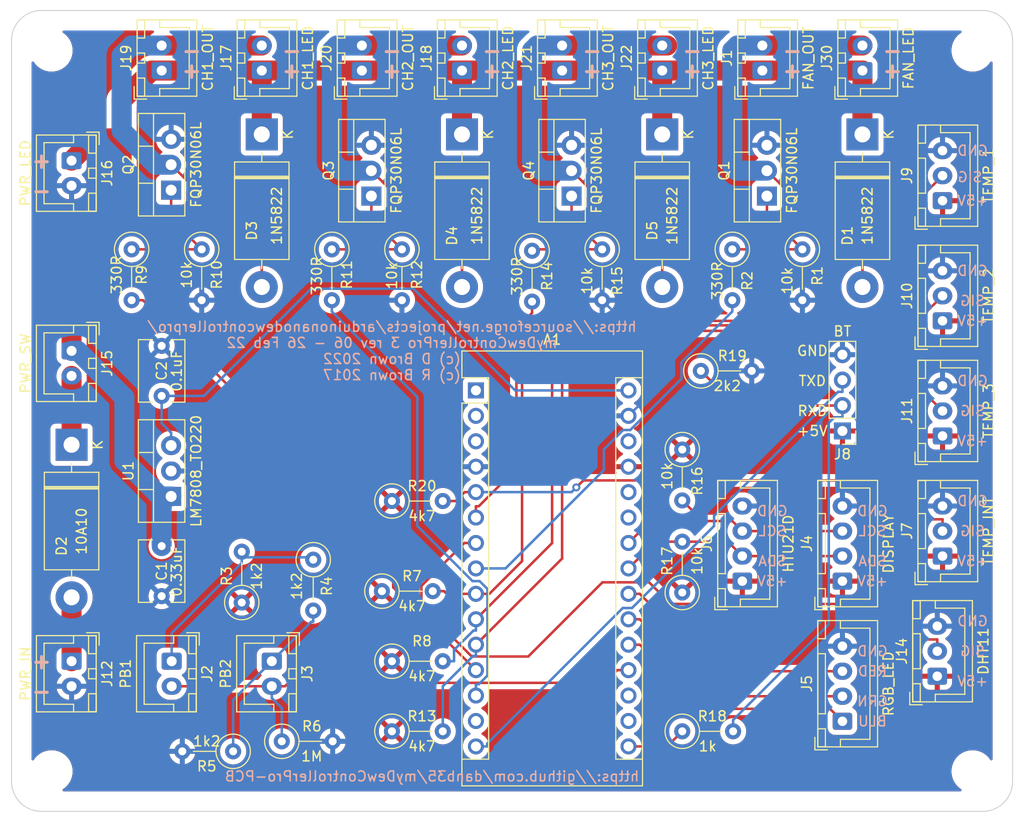
<source format=kicad_pcb>
(kicad_pcb (version 20211014) (generator pcbnew)
  (layers (0 "F.Cu" signal) (31 "B.Cu" signal) (34 "B.Paste" user) (35 "F.Paste" user) (36 "B.SilkS" user "B.Silkscreen") (37 "F.SilkS" user "F.Silkscreen") (38 "B.Mask" user) (39 "F.Mask" user) (44 "Edge.Cuts" user))
  (net 0 "")
  (net 4 "GND")
  (net 5 "/D2")
  (net 6 "/D3")
  (net 7 "/D4")
  (net 8 "/D5")
  (net 9 "/D6")
  (net 10 "/D7")
  (net 11 "/D8")
  (net 12 "/D9")
  (net 13 "/D10")
  (net 15 "/D12")
  (net 16 "/D13")
  (net 19 "/A0")
  (net 20 "/A1")
  (net 21 "/A2")
  (net 22 "/A3")
  (net 23 "/A4")
  (net 24 "/A5")
  (net 27 "+5V")
  (net 29 "+8V")
  (net 30 "+12V")
  (net 31 "Net-(D1-Pad2)")
  (net 32 "Net-(D2-Pad1)")
  (net 33 "Net-(D2-Pad2)")
  (net 34 "Net-(D3-Pad2)")
  (net 35 "Net-(D4-Pad2)")
  (net 36 "Net-(D5-Pad2)")
  (net 37 "Net-(J2-Pad1)")
  (net 38 "Net-(J3-Pad1)")
  (net 39 "Net-(J8-Pad2)")
  (net 40 "Net-(Q1-Pad1)")
  (net 41 "Net-(Q2-Pad1)")
  (net 42 "Net-(Q3-Pad1)")
  (net 43 "Net-(Q4-Pad1)")
  (footprint "Connector_PinHeader_2.54mm:PinHeader_1x04_P2.54mm_Vertical" (layer "F.Cu") (at 108 127 180)
    (fp_text reference "J8")
    (fp_text value "BT")
  )
  (footprint "Diode_THT:D_DO-201AD_P15.24mm_Horizontal" (layer "F.Cu") (at 50 97.38 -90)
    (fp_text reference "D3")
    (fp_text value "1N5822")
  )
  (footprint "Connector_JST:JST_XH_B3B-XH-A_1x03_P2.50mm_Vertical" (layer "F.Cu") (at 117.475 151.5 90)
    (fp_text reference "J14")
    (fp_text value "DHT11")
  )
  (footprint "Resistor_THT:R_Axial_DIN0309_L9.0mm_D3.2mm_P5.08mm_Vertical" (layer "F.Cu") (at 104 108.86 -90)
    (fp_text reference "R1")
    (fp_text value "10k")
  )
  (footprint "Resistor_THT:R_Axial_DIN0309_L9.0mm_D3.2mm_P5.08mm_Vertical" (layer "F.Cu") (at 63 157)
    (fp_text reference "R13")
    (fp_text value "4k7")
  )
  (footprint "Resistor_THT:R_Axial_DIN0309_L9.0mm_D3.2mm_P5.08mm_Vertical" (layer "F.Cu") (at 84 108.86 -90)
    (fp_text reference "R15")
    (fp_text value "10k")
  )
  (footprint "Resistor_THT:R_Axial_DIN0309_L9.0mm_D3.2mm_P5.08mm_Vertical" (layer "F.Cu") (at 97 108.86 -90)
    (fp_text reference "R2")
    (fp_text value "330R")
  )
  (footprint "Connector_JST:JST_XH_B2B-XH-A_1x02_P2.50mm_Vertical" (layer "F.Cu") (at 100 91 90)
    (fp_text reference "J1")
    (fp_text value "FAN_OUT")
  )
  (footprint "Connector_JST:JST_XH_B4B-XH-A_1x04_P2.50mm_Vertical" (layer "F.Cu") (at 108 142 90)
    (fp_text reference "J4")
    (fp_text value "DISPLAY")
  )
  (footprint "Connector_JST:JST_XH_B2B-XH-A_1x02_P2.50mm_Vertical" (layer "F.Cu") (at 50 91 90)
    (fp_text reference "J17")
    (fp_text value "CH1_LED")
  )
  (footprint "Package_TO_SOT_THT:TO-220-3_Vertical" (layer "F.Cu") (at 80.945 103.54 90)
    (fp_text reference "Q4")
    (fp_text value "FQP30N06L")
  )
  (footprint "Connector_JST:JST_XH_B2B-XH-A_1x02_P2.50mm_Vertical" (layer "F.Cu") (at 40 91 90)
    (fp_text reference "J19")
    (fp_text value "CH1_OUT")
  )
  (footprint "Resistor_THT:R_Axial_DIN0309_L9.0mm_D3.2mm_P5.08mm_Vertical" (layer "F.Cu") (at 48 144.14 90)
    (fp_text reference "R3")
    (fp_text value "1k2")
  )
  (footprint "Connector_JST:JST_XH_B4B-XH-A_1x04_P2.50mm_Vertical" (layer "F.Cu") (at 108 156 90)
    (fp_text reference "J5")
    (fp_text value "RGB_LED")
  )
  (footprint "Connector_JST:JST_XH_B4B-XH-A_1x04_P2.50mm_Vertical" (layer "F.Cu") (at 98 142 90)
    (fp_text reference "J6")
    (fp_text value "HTU21D")
  )
  (footprint "Resistor_THT:R_Axial_DIN0309_L9.0mm_D3.2mm_P5.08mm_Vertical" (layer "F.Cu") (at 93.86 121)
    (fp_text reference "R19")
    (fp_text value "2k2")
  )
  (footprint "Connector_JST:JST_XH_B2B-XH-A_1x02_P2.50mm_Vertical" (layer "F.Cu") (at 31 150 -90)
    (fp_text reference "J12")
    (fp_text value "PWR_IN")
  )
  (footprint "Capacitor_THT:C_Disc_D6.0mm_W4.4mm_P5.00mm" (layer "F.Cu") (at 40 123.5 90)
    (fp_text reference "C2")
    (fp_text value "0.1uF")
  )
  (footprint "Connector_JST:JST_XH_B2B-XH-A_1x02_P2.50mm_Vertical" (layer "F.Cu") (at 31 119 -90)
    (fp_text reference "J15")
    (fp_text value "PWR_SW")
  )
  (footprint "Package_TO_SOT_THT:TO-220-3_Vertical" (layer "F.Cu") (at 40.945 102.945 90)
    (fp_text reference "Q2")
    (fp_text value "FQP30N06L")
  )
  (footprint "Package_TO_SOT_THT:TO-220-3_Vertical" (layer "F.Cu") (at 60.945 103.54 90)
    (fp_text reference "Q3")
    (fp_text value "FQP30N06L")
  )
  (footprint "Resistor_THT:R_Axial_DIN0309_L9.0mm_D3.2mm_P5.08mm_Vertical" (layer "F.Cu") (at 63 150)
    (fp_text reference "R8")
    (fp_text value "4k7")
  )
  (footprint "Diode_THT:10A10" (layer "F.Cu") (at 31 128.38 -90)
    (fp_text reference "D2")
    (fp_text value "10A10")
  )
  (footprint "Module:Arduino_Nano" (layer "F.Cu") (at 71.39 122.95)
    (fp_text reference "A1")
    (fp_text value "Arduino_Nano_v3.x")
  )
  (footprint "MountingHole:MountingHole_3.2mm_M3" (layer "F.Cu") (at 29 89)
    (fp_text reference "H4")
    (fp_text value "MountingHole")
  )
  (footprint "Resistor_THT:R_Axial_DIN0309_L9.0mm_D3.2mm_P5.08mm_Vertical" (layer "F.Cu") (at 92 128.86 -90)
    (fp_text reference "R16")
    (fp_text value "10k")
  )
  (footprint "Resistor_THT:R_Axial_DIN0309_L9.0mm_D3.2mm_P5.08mm_Vertical" (layer "F.Cu") (at 62 143)
    (fp_text reference "R7")
    (fp_text value "4k7")
  )
  (footprint "Resistor_THT:R_Axial_DIN0309_L9.0mm_D3.2mm_P5.08mm_Vertical" (layer "F.Cu") (at 92 143.14 90)
    (fp_text reference "R17")
    (fp_text value "10k")
  )
  (footprint "MountingHole:MountingHole_3.2mm_M3" (layer "F.Cu") (at 121 89)
    (fp_text reference "H3")
    (fp_text value "MountingHole")
  )
  (footprint "Resistor_THT:R_Axial_DIN0309_L9.0mm_D3.2mm_P5.08mm_Vertical" (layer "F.Cu") (at 77 109 -90)
    (fp_text reference "R14")
    (fp_text value "330R")
  )
  (footprint "Connector_JST:JST_XH_B2B-XH-A_1x02_P2.50mm_Vertical" (layer "F.Cu") (at 41 150 -90)
    (fp_text reference "J2")
    (fp_text value "PB1")
  )
  (footprint "Package_TO_SOT_THT:TO-220-3_Vertical" (layer "F.Cu") (at 40.945 133.54 90)
    (fp_text reference "U1")
    (fp_text value "LM7808_TO220")
  )
  (footprint "MountingHole:MountingHole_3.2mm_M3" (layer "F.Cu") (at 121 161)
    (fp_text reference "H2")
    (fp_text value "MountingHole")
  )
  (footprint "Resistor_THT:R_Axial_DIN0309_L9.0mm_D3.2mm_P5.08mm_Vertical" (layer "F.Cu") (at 63 134)
    (fp_text reference "R20")
    (fp_text value "4k7")
  )
  (footprint "Connector_JST:JST_XH_B3B-XH-A_1x03_P2.50mm_Vertical" (layer "F.Cu") (at 118 139.5 90)
    (fp_text reference "J7")
    (fp_text value "TEMP_INT")
  )
  (footprint "Resistor_THT:R_Axial_DIN0309_L9.0mm_D3.2mm_P5.08mm_Vertical" (layer "F.Cu") (at 37 108.86 -90)
    (fp_text reference "R9")
    (fp_text value "330R")
  )
  (footprint "Resistor_THT:R_Axial_DIN0309_L9.0mm_D3.2mm_P5.08mm_Vertical" (layer "F.Cu") (at 52 158)
    (fp_text reference "R6")
    (fp_text value "1M")
  )
  (footprint "Diode_THT:D_DO-201AD_P15.24mm_Horizontal" (layer "F.Cu") (at 90 97.38 -90)
    (fp_text reference "D5")
    (fp_text value "1N5822")
  )
  (footprint "MountingHole:MountingHole_3.2mm_M3" (layer "F.Cu") (at 29 161)
    (fp_text reference "H1")
    (fp_text value "MountingHole")
  )
  (footprint "Resistor_THT:R_Axial_DIN0309_L9.0mm_D3.2mm_P5.08mm_Vertical" (layer "F.Cu") (at 64 108.86 -90)
    (fp_text reference "R12")
    (fp_text value "10k")
  )
  (footprint "Resistor_THT:R_Axial_DIN0309_L9.0mm_D3.2mm_P5.08mm_Vertical" (layer "F.Cu") (at 44 108.86 -90)
    (fp_text reference "R10")
    (fp_text value "10k")
  )
  (footprint "Connector_JST:JST_XH_B3B-XH-A_1x03_P2.50mm_Vertical" (layer "F.Cu") (at 118 127.5 90)
    (fp_text reference "J11")
    (fp_text value "TEMP_3")
  )
  (footprint "Resistor_THT:R_Axial_DIN0309_L9.0mm_D3.2mm_P5.08mm_Vertical" (layer "F.Cu") (at 47.14 159 180)
    (fp_text reference "R5")
    (fp_text value "1k2")
  )
  (footprint "Resistor_THT:R_Axial_DIN0309_L9.0mm_D3.2mm_P5.08mm_Vertical" (layer "F.Cu") (at 57 108.86 -90)
    (fp_text reference "R11")
    (fp_text value "330R")
  )
  (footprint "Connector_JST:JST_XH_B2B-XH-A_1x02_P2.50mm_Vertical" (layer "F.Cu") (at 60 91 90)
    (fp_text reference "J20")
    (fp_text value "CH2_OUT")
  )
  (footprint "Resistor_THT:R_Axial_DIN0309_L9.0mm_D3.2mm_P5.08mm_Vertical" (layer "F.Cu") (at 92 157)
    (fp_text reference "R18")
    (fp_text value "1k")
  )
  (footprint "Connector_JST:JST_XH_B2B-XH-A_1x02_P2.50mm_Vertical" (layer "F.Cu") (at 31 100 -90)
    (fp_text reference "J16")
    (fp_text value "PWR_LED")
  )
  (footprint "Connector_JST:JST_XH_B2B-XH-A_1x02_P2.50mm_Vertical" (layer "F.Cu") (at 110 91 90)
    (fp_text reference "J30")
    (fp_text value "FAN_LED")
  )
  (footprint "Diode_THT:D_DO-201AD_P15.24mm_Horizontal" (layer "F.Cu") (at 70 97.38 -90)
    (fp_text reference "D4")
    (fp_text value "1N5822")
  )
  (footprint "Connector_JST:JST_XH_B2B-XH-A_1x02_P2.50mm_Vertical" (layer "F.Cu") (at 51 150 -90)
    (fp_text reference "J3")
    (fp_text value "PB2")
  )
  (footprint "Connector_JST:JST_XH_B2B-XH-A_1x02_P2.50mm_Vertical" (layer "F.Cu") (at 90 91 90)
    (fp_text reference "J22")
    (fp_text value "CH3_LED")
  )
  (footprint "Connector_JST:JST_XH_B2B-XH-A_1x02_P2.50mm_Vertical" (layer "F.Cu") (at 80 91 90)
    (fp_text reference "J21")
    (fp_text value "CH3_OUT")
  )
  (footprint "Connector_JST:JST_XH_B3B-XH-A_1x03_P2.50mm_Vertical" (layer "F.Cu") (at 118 104 90)
    (fp_text reference "J9")
    (fp_text value "TEMP_1")
  )
  (footprint "Capacitor_THT:C_Disc_D6.0mm_W4.4mm_P5.00mm" (layer "F.Cu") (at 40 138.5 -90)
    (fp_text reference "C1")
    (fp_text value "0.33uF")
  )
  (footprint "Connector_JST:JST_XH_B2B-XH-A_1x02_P2.50mm_Vertical" (layer "F.Cu") (at 70 91 90)
    (fp_text reference "J18")
    (fp_text value "CH2_LED")
  )
  (footprint "Resistor_THT:R_Axial_DIN0309_L9.0mm_D3.2mm_P5.08mm_Vertical" (layer "F.Cu") (at 55.14 139.86 -90)
    (fp_text reference "R4")
    (fp_text value "1k2")
  )
  (footprint "Connector_JST:JST_XH_B3B-XH-A_1x03_P2.50mm_Vertical" (layer "F.Cu") (at 118 116 90)
    (fp_text reference "J10")
    (fp_text value "TEMP_2")
  )
  (footprint "Package_TO_SOT_THT:TO-220-3_Vertical" (layer "F.Cu") (at 100.46 103.54 90)
    (fp_text reference "Q1")
    (fp_text value "FQP30N06L")
  )
  (footprint "Diode_THT:D_DO-201AD_P15.24mm_Horizontal" (layer "F.Cu") (at 110 97.38 -90)
    (fp_text reference "D1")
    (fp_text value "1N5822")
  )
  (gr_arc (start 122 85) (mid 124.12132 85.87868) (end 125 88) (layer "Edge.Cuts") (width 0.1))
  (gr_arc (start 25 88) (mid 25.87868 85.87868) (end 28 85) (layer "Edge.Cuts") (width 0.1))
  (gr_line (start 25 88) (end 25 162) (layer "Edge.Cuts") (width 0.1))
  (gr_line (start 28 165) (end 122 165) (layer "Edge.Cuts") (width 0.1))
  (gr_arc (start 125 162) (mid 124.12132 164.12132) (end 122 165) (layer "Edge.Cuts") (width 0.1))
  (gr_line (start 122 85) (end 28 85) (layer "Edge.Cuts") (width 0.1))
  (gr_arc (start 28 165) (mid 25.87868 164.12132) (end 25 162) (layer "Edge.Cuts") (width 0.1))
  (gr_line (start 125 162) (end 125 88) (layer "Edge.Cuts") (width 0.1))
  (gr_text "+" (at 102 91) (layer "F.Cu") (effects (font (size 1.5 1.5) (thickness 0.3))))
  (gr_text "+" (at 93 91) (layer "F.Cu") (effects (font (size 1.5 1.5) (thickness 0.3))))
  (gr_text "GND" (at 121 122) (layer "B.SilkS") (effects (font (size 1 1)) (justify mirror)))
  (gr_text "SIG" (at 120.737586 101.643279) (layer "B.SilkS") (effects (font (size 1 1)) (justify mirror)))
  (gr_text "+" (at 83 91) (layer "B.SilkS") (effects (font (size 1.5 1.5) (thickness 0.3))))
  (gr_text "RED" (at 111 151) (layer "B.SilkS") (effects (font (size 1 1)) (justify mirror)))
  (gr_text "GRN" (at 111 154) (layer "B.SilkS") (effects (font (size 1 1)) (justify mirror)))
  (gr_text "+" (at 43 91) (layer "B.SilkS") (effects (font (size 1.5 1.5) (thickness 0.3))))
  (gr_text "+" (at 63 91) (layer "B.SilkS") (effects (font (size 1.5 1.5) (thickness 0.3))))
  (gr_text "+" (at 53 91) (layer "B.SilkS") (effects (font (size 1.5 1.5) (thickness 0.3))))
  (gr_text "-" (at 83 89) (layer "B.SilkS") (effects (font (size 1.5 1.5) (thickness 0.3)) (justify mirror)))
  (gr_text "+5V" (at 121 116) (layer "B.SilkS") (effects (font (size 1 1)) (justify mirror)))
  (gr_text "+5V" (at 111 142) (layer "B.SilkS") (effects (font (size 1 1)) (justify mirror)))
  (gr_text "https://github.com/danb35/myDewControllerPro-PCB" (at 67 161.5) (layer "B.SilkS") (effects (font (size 1 1)) (justify mirror)))
  (gr_text "+" (at 93 91) (layer "B.SilkS") (effects (font (size 1.5 1.5) (thickness 0.3)) (justify mirror)))
  (gr_text "SIG" (at 121 137) (layer "B.SilkS") (effects (font (size 1 1)) (justify mirror)))
  (gr_text "SIG" (at 121 149) (layer "B.SilkS") (effects (font (size 1 1)) (justify mirror)))
  (gr_text "-" (at 28 103) (layer "B.SilkS") (effects (font (size 1.5 1.5) (thickness 0.3)) (justify mirror)))
  (gr_text "-" (at 73 89) (layer "B.SilkS") (effects (font (size 1.5 1.5) (thickness 0.3)) (justify mirror)))
  (gr_text "+" (at 28 100) (layer "B.SilkS") (effects (font (size 1.5 1.5) (thickness 0.3))))
  (gr_text "+5V" (at 121 104) (layer "B.SilkS") (effects (font (size 1 1)) (justify mirror)))
  (gr_text "+5V" (at 121 152) (layer "B.SilkS") (effects (font (size 1 1)) (justify mirror)))
  (gr_text "GND" (at 101 135) (layer "B.SilkS") (effects (font (size 1 1)) (justify mirror)))
  (gr_text "+5V" (at 121 128) (layer "B.SilkS") (effects (font (size 1 1)) (justify mirror)))
  (gr_text "+" (at 28 150) (layer "B.SilkS") (effects (font (size 1.5 1.5) (thickness 0.3))))
  (gr_text "GND" (at 111 149) (layer "B.SilkS") (effects (font (size 1 1)) (justify mirror)))
  (gr_text "-" (at 93 89) (layer "B.SilkS") (effects (font (size 1.5 1.5) (thickness 0.3)) (justify mirror)))
  (gr_text "GND" (at 121 146) (layer "B.SilkS") (effects (font (size 1 1)) (justify mirror)))
  (gr_text "SIG" (at 121 125) (layer "B.SilkS") (effects (font (size 1 1)) (justify mirror)))
  (gr_text "-" (at 103 89) (layer "B.SilkS") (effects (font (size 1.5 1.5) (thickness 0.3)) (justify mirror)))
  (gr_text "https://sourceforge.net/projects/arduinonanodewcontrollerpro/\nmyDewControllerPro 3 rev 06 - 26 Feb 22\n(c) D Brown 2022\n(c) R Brown 2017" (at 63 119) (layer "B.SilkS") (effects (font (size 1 1)) (justify mirror)))
  (gr_text "GND" (at 111 135) (layer "B.SilkS") (effects (font (size 1 1)) (justify mirror)))
  (gr_text "BLU" (at 111 156) (layer "B.SilkS") (effects (font (size 1 1)) (justify mirror)))
  (gr_text "+" (at 73 91) (layer "B.SilkS") (effects (font (size 1.5 1.5) (thickness 0.3))))
  (gr_text "+5V" (at 121 140) (layer "B.SilkS") (effects (font (size 1 1)) (justify mirror)))
  (gr_text "GND" (at 121 111) (layer "B.SilkS") (effects (font (size 1 1)) (justify mirror)))
  (gr_text "SIG" (at 121 114) (layer "B.SilkS") (effects (font (size 1 1)) (justify mirror)))
  (gr_text "SCL" (at 111 137) (layer "B.SilkS") (effects (font (size 1 1)) (justify mirror)))
  (gr_text "-" (at 43 89) (layer "B.SilkS") (effects (font (size 1.5 1.5) (thickness 0.3)) (justify mirror)))
  (gr_text "GND" (at 121 134) (layer "B.SilkS") (effects (font (size 1 1)) (justify mirror)))
  (gr_text "-" (at 53 89) (layer "B.SilkS") (effects (font (size 1.5 1.5) (thickness 0.3)) (justify mirror)))
  (gr_text "GND" (at 121 99) (layer "B.SilkS") (effects (font (size 1 1)) (justify mirror)))
  (gr_text "+5V" (at 101 142) (layer "B.SilkS") (effects (font (size 1 1)) (justify mirror)))
  (gr_text "+" (at 113 91) (layer "B.SilkS") (effects (font (size 1.5 1.5) (thickness 0.3))))
  (gr_text "-" (at 113 89) (layer "B.SilkS") (effects (font (size 1.5 1.5) (thickness 0.3)) (justify mirror)))
  (gr_text "-" (at 63 89) (layer "B.SilkS") (effects (font (size 1.5 1.5) (thickness 0.3)) (justify mirror)))
  (gr_text "+" (at 103 91) (layer "B.SilkS") (effects (font (size 1.5 1.5) (thickness 0.3)) (justify mirror)))
  (gr_text "SCL" (at 101 137) (layer "B.SilkS") (effects (font (size 1 1)) (justify mirror)))
  (gr_text "SDA" (at 111 140) (layer "B.SilkS") (effects (font (size 1 1)) (justify mirror)))
  (gr_text "SDA" (at 101 140) (layer "B.SilkS") (effects (font (size 1 1)) (justify mirror)))
  (gr_text "-" (at 28 153) (layer "B.SilkS") (effects (font (size 1.5 1.5) (thickness 0.3)) (justify mirror)))
  (gr_text "+5V" (at 105 127) (layer "F.SilkS") (effects (font (size 1 1))))
  (gr_text "RXD" (at 105 125) (layer "F.SilkS") (effects (font (size 1 1))))
  (gr_text "GND" (at 105 119) (layer "F.SilkS") (effects (font (size 1 1))))
  (gr_text "TXD" (at 105 122) (layer "F.SilkS") (effects (font (size 1 1))))
  (segment (start 88 117.94) (end 88 124.12) (width 0.25) (layer "B.Cu") (net 4))
  (segment (start 88 124.12) (end 86.63 125.49) (width 0.25) (layer "B.Cu") (net 4))
  (segment (start 84 113.94) (end 88 117.94) (width 0.25) (layer "B.Cu") (net 4))
  (segment (start 80.945 98.46) (end 80.46 98.46) (width 0.25) (layer "B.Cu") (net 4))
  (segment (start 40.945 97.865) (end 39.865 97.865) (width 0.25) (layer "B.Cu") (net 4))
  (segment (start 71.39 133.11) (end 70.2647 133.11) (width 0.25) (layer "F.Cu") (net 5))
  (segment (start 82.1147 131.9397) (end 112.9397 131.9397) (width 0.25) (layer "F.Cu") (net 5))
  (segment (start 81.4168 132.6376) (end 82.1147 131.9397) (width 0.25) (layer "F.Cu") (net 5))
  (segment (start 116.8247 135.8247) (end 118 135.8247) (width 0.25) (layer "F.Cu") (net 5))
  (segment (start 69.3747 134) (end 70.2647 133.11) (width 0.25) (layer "F.Cu") (net 5))
  (segment (start 68.08 134) (end 69.3747 134) (width 0.25) (layer "F.Cu") (net 5))
  (segment (start 112.9397 131.9397) (end 116.8247 135.8247) (width 0.25) (layer "F.Cu") (net 5))
  (segment (start 118 137) (end 118 135.8247) (width 0.25) (layer "F.Cu") (net 5))
  (via (at 81.4168 132.6376) (size 0.8) (drill 0.4) (layers "F.Cu" "B.Cu") (net 5))
  (segment (start 80.9444 133.11) (end 81.4168 132.6376) (width 0.25) (layer "B.Cu") (net 5))
  (segment (start 71.39 133.11) (end 80.9444 133.11) (width 0.25) (layer "B.Cu") (net 5))
  (segment (start 77 115.2053) (end 75.4347 116.7706) (width 0.25) (layer "F.Cu") (net 6))
  (segment (start 75.4347 116.7706) (end 75.4347 130.7613) (width 0.25) (layer "F.Cu") (net 6))
  (segment (start 75.4347 130.7613) (end 71.6713 134.5247) (width 0.25) (layer "F.Cu") (net 6))
  (segment (start 71.39 135.65) (end 71.39 134.5247) (width 0.25) (layer "F.Cu") (net 6))
  (segment (start 71.6713 134.5247) (end 71.39 134.5247) (width 0.25) (layer "F.Cu") (net 6))
  (segment (start 77 114.08) (end 77 115.2053) (width 0.25) (layer "F.Cu") (net 6))
  (segment (start 71.39 138.19) (end 70.2355 138.19) (width 0.25) (layer "F.Cu") (net 7))
  (segment (start 65.9452 142.4803) (end 65.9452 144.4984) (width 0.25) (layer "F.Cu") (net 7))
  (segment (start 112.7534 144.2784) (end 116.2997 147.8247) (width 0.25) (layer "F.Cu") (net 7))
  (segment (start 76.6155 149.5314) (end 84.0291 142.1178) (width 0.25) (layer "F.Cu") (net 7))
  (segment (start 70.2355 138.19) (end 65.9452 142.4803) (width 0.25) (layer "F.Cu") (net 7))
  (segment (start 88.686 142.1178) (end 90.8466 144.2784) (width 0.25) (layer "F.Cu") (net 7))
  (segment (start 90.8466 144.2784) (end 112.7534 144.2784) (width 0.25) (layer "F.Cu") (net 7))
  (segment (start 84.0291 142.1178) (end 88.686 142.1178) (width 0.25) (layer "F.Cu") (net 7))
  (segment (start 116.2997 147.8247) (end 117.475 147.8247) (width 0.25) (layer "F.Cu") (net 7))
  (segment (start 117.475 149) (end 117.475 147.8247) (width 0.25) (layer "F.Cu") (net 7))
  (segment (start 70.9782 149.5314) (end 76.6155 149.5314) (width 0.25) (layer "F.Cu") (net 7))
  (segment (start 65.9452 144.4984) (end 70.9782 149.5314) (width 0.25) (layer "F.Cu") (net 7))
  (segment (start 74.3503 140.73) (end 84.1702 130.9101) (width 0.25) (layer "B.Cu") (net 8))
  (segment (start 84.1702 130.9101) (end 84.1702 128.8379) (width 0.25) (layer "B.Cu") (net 8))
  (segment (start 71.39 140.73) (end 74.3503 140.73) (width 0.25) (layer "B.Cu") (net 8))
  (segment (start 86.1035 126.9046) (end 86.807 126.9046) (width 0.25) (layer "B.Cu") (net 8))
  (segment (start 91.9254 120.1399) (end 97 115.0653) (width 0.25) (layer "B.Cu") (net 8))
  (segment (start 86.807 126.9046) (end 91.9254 121.7862) (width 0.25) (layer "B.Cu") (net 8))
  (segment (start 91.9254 121.7862) (end 91.9254 120.1399) (width 0.25) (layer "B.Cu") (net 8))
  (segment (start 84.1702 128.8379) (end 86.1035 126.9046) (width 0.25) (layer "B.Cu") (net 8))
  (segment (start 97 113.94) (end 97 115.0653) (width 0.25) (layer "B.Cu") (net 8))
  (segment (start 113 106.5) (end 113 114) (width 0.25) (layer "F.Cu") (net 9))
  (segment (start 113 114) (end 111 116) (width 0.25) (layer "F.Cu") (net 9))
  (segment (start 67.08 143) (end 68.2053 143) (width 0.25) (layer "F.Cu") (net 9))
  (segment (start 68.4753 143.27) (end 68.2053 143) (width 0.25) (layer "F.Cu") (net 9))
  (segment (start 72.73 143.27) (end 71.39 143.27) (width 0.25) (layer "F.Cu") (net 9))
  (segment (start 71.39 143.27) (end 68.4753 143.27) (width 0.25) (layer "F.Cu") (net 9))
  (segment (start 76 140) (end 72.73 143.27) (width 0.25) (layer "F.Cu") (net 9))
  (segment (start 118 101.5) (end 113 106.5) (width 0.25) (layer "F.Cu") (net 9))
  (segment (start 76 119) (end 76 140) (width 0.25) (layer "F.Cu") (net 9))
  (segment (start 79 116) (end 76 119) (width 0.25) (layer "F.Cu") (net 9))
  (segment (start 111 116) (end 79 116) (width 0.25) (layer "F.Cu") (net 9))
  (segment (start 79.5505 116.45) (end 79 117) (width 0.25) (layer "F.Cu") (net 10))
  (segment (start 118 113.5) (end 115.05 116.45) (width 0.25) (layer "F.Cu") (net 10))
  (segment (start 79 138.2) (end 71.39 145.81) (width 0.25) (layer "F.Cu") (net 10))
  (segment (start 115.05 116.45) (end 79.5505 116.45) (width 0.25) (layer "F.Cu") (net 10))
  (segment (start 79 117) (end 79 138.2) (width 0.25) (layer "F.Cu") (net 10))
  (segment (start 71.39 146.9353) (end 71.1447 146.9353) (width 0.25) (layer "B.Cu") (net 10))
  (segment (start 68.08 150) (end 69.2053 150) (width 0.25) (layer "B.Cu") (net 10))
  (segment (start 71.1447 146.9353) (end 69.2053 148.8747) (width 0.25) (layer "B.Cu") (net 10))
  (segment (start 71.39 145.81) (end 71.39 146.9353) (width 0.25) (layer "B.Cu") (net 10))
  (segment (start 69.2053 148.8747) (end 69.2053 150) (width 0.25) (layer "B.Cu") (net 10))
  (segment (start 80 139.74) (end 71.39 148.35) (width 0.25) (layer "F.Cu") (net 11))
  (segment (start 110 117) (end 80 117) (width 0.25) (layer "F.Cu") (net 11))
  (segment (start 118 125) (end 110 117) (width 0.25) (layer "F.Cu") (net 11))
  (segment (start 80 117) (end 80 139.74) (width 0.25) (layer "F.Cu") (net 11))
  (segment (start 71.1086 149.4753) (end 68.08 152.5039) (width 0.25) (layer "B.Cu") (net 11))
  (segment (start 68.08 152.5039) (end 68.08 157) (width 0.25) (layer "B.Cu") (net 11))
  (segment (start 71.39 149.4753) (end 71.1086 149.4753) (width 0.25) (layer "B.Cu") (net 11))
  (segment (start 71.39 148.35) (end 71.39 149.4753) (width 0.25) (layer "B.Cu") (net 11))
  (segment (start 63.1254 138.9401) (end 63.1254 142.6254) (width 0.25) (layer "F.Cu") (net 12))
  (segment (start 63.1254 142.6254) (end 71.39 150.89) (width 0.25) (layer "F.Cu") (net 12))
  (segment (start 37 113.94) (end 38.1253 113.94) (width 0.25) (layer "F.Cu") (net 12))
  (segment (start 38.1253 113.94) (end 63.1254 138.9401) (width 0.25) (layer "F.Cu") (net 12))
  (segment (start 72.5441 142.7833) (end 71.7608 142) (width 0.25) (layer "B.Cu") (net 13))
  (segment (start 71.7608 142) (end 71.0531 142) (width 0.25) (layer "B.Cu") (net 13))
  (segment (start 57 113.94) (end 57 115.0653) (width 0.25) (layer "B.Cu") (net 13))
  (segment (start 72.5441 151.4319) (end 72.5441 142.7833) (width 0.25) (layer "B.Cu") (net 13))
  (segment (start 71.39 152.3047) (end 71.6713 152.3047) (width 0.25) (layer "B.Cu") (net 13))
  (segment (start 71.39 153.43) (end 71.39 152.3047) (width 0.25) (layer "B.Cu") (net 13))
  (segment (start 65.54 123.6053) (end 57 115.0653) (width 0.25) (layer "B.Cu") (net 13))
  (segment (start 65.54 136.4869) (end 65.54 123.6053) (width 0.25) (layer "B.Cu") (net 13))
  (segment (start 71.6713 152.3047) (end 72.5441 151.4319) (width 0.25) (layer "B.Cu") (net 13))
  (segment (start 71.0531 142) (end 65.54 136.4869) (width 0.25) (layer "B.Cu") (net 13))
  (segment (start 72.5153 158.2287) (end 86.0594 144.6846) (width 0.25) (layer "B.Cu") (net 15))
  (segment (start 86.0594 144.6846) (end 86.9863 144.6846) (width 0.25) (layer "B.Cu") (net 15))
  (segment (start 71.39 158.51) (end 72.5153 158.51) (width 0.25) (layer "B.Cu") (net 15))
  (segment (start 72.5153 158.51) (end 72.5153 158.2287) (width 0.25) (layer "B.Cu") (net 15))
  (segment (start 95.1821 135.4725) (end 107.5593 123.0953) (width 0.25) (layer "B.Cu") (net 15))
  (segment (start 86.9863 144.6846) (end 95.1821 136.4888) (width 0.25) (layer "B.Cu") (net 15))
  (segment (start 107.5593 123.0953) (end 108 123.0953) (width 0.25) (layer "B.Cu") (net 15))
  (segment (start 108 121.92) (end 108 123.0953) (width 0.25) (layer "B.Cu") (net 15))
  (segment (start 95.1821 136.4888) (end 95.1821 135.4725) (width 0.25) (layer "B.Cu") (net 15))
  (segment (start 90.49 158.51) (end 86.63 158.51) (width 0.25) (layer "F.Cu") (net 16))
  (segment (start 92 157) (end 90.49 158.51) (width 0.25) (layer "F.Cu") (net 16))
  (segment (start 52.6653 152.16) (end 84.2347 152.16) (width 0.25) (layer "F.Cu") (net 19))
  (segment (start 86.63 150.89) (end 85.5047 150.89) (width 0.25) (layer "F.Cu") (net 19))
  (segment (start 84.2347 152.16) (end 85.5047 150.89) (width 0.25) (layer "F.Cu") (net 19))
  (segment (start 51 152.5) (end 41 152.5) (width 0.25) (layer "F.Cu") (net 19))
  (segment (start 52.3253 152.5) (end 52.6653 152.16) (width 0.25) (layer "F.Cu") (net 19))
  (segment (start 51 152.5) (end 52.3253 152.5) (width 0.25) (layer "F.Cu") (net 19))
  (segment (start 52 154.6753) (end 52 158) (width 0.25) (layer "B.Cu") (net 19))
  (segment (start 51 153.6753) (end 52 154.6753) (width 0.25) (layer "B.Cu") (net 19))
  (segment (start 51 152.5) (end 51 153.6753) (width 0.25) (layer "B.Cu") (net 19))
  (segment (start 106.7531 154.7531) (end 108 156) (width 0.25) (layer "F.Cu") (net 20))
  (segment (start 87.7553 148.35) (end 94.1584 154.7531) (width 0.25) (layer "F.Cu") (net 20))
  (segment (start 94.1584 154.7531) (end 106.7531 154.7531) (width 0.25) (layer "F.Cu") (net 20))
  (segment (start 86.63 148.35) (end 87.7553 148.35) (width 0.25) (layer "F.Cu") (net 20))
  (segment (start 95.4453 153.5) (end 87.7553 145.81) (width 0.25) (layer "F.Cu") (net 21))
  (segment (start 86.63 145.81) (end 87.7553 145.81) (width 0.25) (layer "F.Cu") (net 21))
  (segment (start 108 153.5) (end 95.4453 153.5) (width 0.25) (layer "F.Cu") (net 21))
  (segment (start 95.4853 151) (end 108 151) (width 0.25) (layer "F.Cu") (net 22))
  (segment (start 86.63 143.27) (end 87.7553 143.27) (width 0.25) (layer "F.Cu") (net 22))
  (segment (start 87.7553 143.27) (end 95.4853 151) (width 0.25) (layer "F.Cu") (net 22))
  (segment (start 98 139.5) (end 108 139.5) (width 0.25) (layer "F.Cu") (net 23))
  (segment (start 89.3 138.06) (end 86.63 140.73) (width 0.25) (layer "F.Cu") (net 23))
  (segment (start 96.56 138.06) (end 98 139.5) (width 0.25) (layer "F.Cu") (net 23))
  (segment (start 92 138.06) (end 96.56 138.06) (width 0.25) (layer "F.Cu") (net 23))
  (segment (start 92 138.06) (end 89.3 138.06) (width 0.25) (layer "F.Cu") (net 23))
  (segment (start 98 137) (end 97 136) (width 0.25) (layer "F.Cu") (net 24))
  (segment (start 97 136) (end 94 136) (width 0.25) (layer "F.Cu") (net 24))
  (segment (start 94 136) (end 88.82 136) (width 0.25) (layer "F.Cu") (net 24))
  (segment (start 92 133.94) (end 94 135.94) (width 0.25) (layer "F.Cu") (net 24))
  (segment (start 88.82 136) (end 86.63 138.19) (width 0.25) (layer "F.Cu") (net 24))
  (segment (start 94 135.94) (end 94 136) (width 0.25) (layer "F.Cu") (net 24))
  (segment (start 98 137) (end 108 137) (width 0.25) (layer "F.Cu") (net 24))
  (segment (start 65.151 112.7918) (end 75.3092 122.95) (width 0.25) (layer "B.Cu") (net 29))
  (segment (start 54.9325 112.7918) (end 65.151 112.7918) (width 0.25) (layer "B.Cu") (net 29))
  (segment (start 40.945 128.46) (end 40.945 127.1822) (width 0.25) (layer "B.Cu") (net 29))
  (segment (start 75.3092 122.95) (end 86.63 122.95) (width 0.25) (layer "B.Cu") (net 29))
  (segment (start 40 126.2372) (end 40 123.5) (width 0.25) (layer "B.Cu") (net 29))
  (segment (start 40 123.5) (end 44.2243 123.5) (width 0.25) (layer "B.Cu") (net 29))
  (segment (start 44.2243 123.5) (end 54.9325 112.7918) (width 0.25) (layer "B.Cu") (net 29))
  (segment (start 40.945 127.1822) (end 40 126.2372) (width 0.25) (layer "B.Cu") (net 29))
  (segment (start 39 91) (end 40 91) (width 2) (layer "F.Cu") (net 30))
  (segment (start 70 97.38) (end 70 91) (width 2) (layer "F.Cu") (net 30))
  (segment (start 31 119) (end 31 109) (width 2) (layer "F.Cu") (net 30))
  (segment (start 90 97.38) (end 90 91) (width 2) (layer "F.Cu") (net 30))
  (segment (start 50 97.38) (end 50 91) (width 2) (layer "F.Cu") (net 30))
  (segment (start 36 97.7749) (end 33.2251 97.7749) (width 2) (layer "F.Cu") (net 30))
  (segment (start 31 109) (end 36 104) (width 2) (layer "F.Cu") (net 30))
  (segment (start 100 91) (end 110 91) (width 2) (layer "F.Cu") (net 30))
  (segment (start 80 91) (end 90 91) (width 2) (layer "F.Cu") (net 30))
  (segment (start 70 91) (end 80 91) (width 2) (layer "F.Cu") (net 30))
  (segment (start 33.2251 97.7749) (end 31 100) (width 2) (layer "F.Cu") (net 30))
  (segment (start 90 91) (end 100 91) (width 2) (layer "F.Cu") (net 30))
  (segment (start 110 97.38) (end 110 91) (width 2) (layer "F.Cu") (net 30))
  (segment (start 36 94) (end 39 91) (width 2) (layer "F.Cu") (net 30))
  (segment (start 50 91) (end 60 91) (width 2) (layer "F.Cu") (net 30))
  (segment (start 40 91) (end 50 91) (width 2) (layer "F.Cu") (net 30))
  (segment (start 36 104) (end 36 97.7749) (width 2) (layer "F.Cu") (net 30))
  (segment (start 36 97.7749) (end 36 94) (width 2) (layer "F.Cu") (net 30))
  (segment (start 60 91) (end 70 91) (width 2) (layer "F.Cu") (net 30))
  (segment (start 40 133.6951) (end 40 138.5) (width 2) (layer "B.Cu") (net 30))
  (segment (start 31 119) (end 31.6187 119) (width 2) (layer "B.Cu") (net 30))
  (segment (start 36.2725 129.9676) (end 39.8449 133.54) (width 2) (layer "B.Cu") (net 30))
  (segment (start 40.945 133.54) (end 39.8449 133.54) (width 2) (layer "B.Cu") (net 30))
  (segment (start 36.2725 123.6538) (end 36.2725 129.9676) (width 2) (layer "B.Cu") (net 30))
  (segment (start 31.6187 119) (end 36.2725 123.6538) (width 2) (layer "B.Cu") (net 30))
  (segment (start 39.8449 133.54) (end 40 133.6951) (width 2) (layer "B.Cu") (net 30))
  (segment (start 110 112.62) (end 110 110.54) (width 0.25) (layer "F.Cu") (net 31))
  (segment (start 110 110.54) (end 100.46 101) (width 0.25) (layer "F.Cu") (net 31))
  (segment (start 100 88.5) (end 110 88.5) (width 2) (layer "F.Cu") (net 31))
  (segment (start 97.5 88.5) (end 97 89) (width 2) (layer "B.Cu") (net 31))
  (segment (start 97 89) (end 97 100.54) (width 2) (layer "B.Cu") (net 31))
  (segment (start 97.46 101) (end 100.46 101) (width 2) (layer "B.Cu") (net 31))
  (segment (start 100 88.5) (end 97.5 88.5) (width 2) (layer "B.Cu") (net 31))
  (segment (start 97 100.54) (end 97.46 101) (width 2) (layer "B.Cu") (net 31))
  (segment (start 31 128.38) (end 31 121.5) (width 2) (layer "F.Cu") (net 32))
  (segment (start 31 150) (end 31 143.62) (width 2) (layer "F.Cu") (net 33))
  (segment (start 50 109.46) (end 40.945 100.405) (width 0.25) (layer "F.Cu") (net 34))
  (segment (start 50 112.62) (end 50 109.46) (width 0.25) (layer "F.Cu") (net 34))
  (segment (start 40 88.5) (end 50 88.5) (width 2) (layer "F.Cu") (net 34))
  (segment (start 36 89.5) (end 36 97) (width 2) (layer "B.Cu") (net 34))
  (segment (start 36 97) (end 39.405 100.405) (width 2) (layer "B.Cu") (net 34))
  (segment (start 37 88.5) (end 36 89.5) (width 2) (layer "B.Cu") (net 34))
  (segment (start 39.405 100.405) (end 40.945 100.405) (width 2) (layer "B.Cu") (net 34))
  (segment (start 40 88.5) (end 37 88.5) (width 2) (layer "B.Cu") (net 34))
  (segment (start 60 88.5) (end 70 88.5) (width 2) (layer "F.Cu") (net 35))
  (segment (start 70 110.055) (end 60.945 101) (width 0.25) (layer "F.Cu") (net 35))
  (segment (start 70 112.62) (end 70 110.055) (width 0.25) (layer "F.Cu") (net 35))
  (segment (start 57 100.055) (end 57.945 101) (width 2) (layer "B.Cu") (net 35))
  (segment (start 57.945 101) (end 60.945 101) (width 2) (layer "B.Cu") (net 35))
  (segment (start 57 89) (end 57 100.055) (width 2) (layer "B.Cu") (net 35))
  (segment (start 57.5 88.5) (end 57 89) (width 2) (layer "B.Cu") (net 35))
  (segment (start 60 88.5) (end 57.5 88.5) (width 2) (layer "B.Cu") (net 35))
  (segment (start 80 88.5) (end 90 88.5) (width 2) (layer "F.Cu") (net 36))
  (segment (start 90 88.5) (end 90.5 88.5) (width 2) (layer "F.Cu") (net 36))
  (segment (start 90.5 88.5) (end 91 88) (width 0.25) (layer "F.Cu") (net 36))
  (segment (start 90 110.055) (end 80.945 101) (width 0.25) (layer "F.Cu") (net 36))
  (segment (start 90 112.62) (end 90 110.055) (width 0.25) (layer "F.Cu") (net 36))
  (segment (start 80 88.5) (end 77.5 88.5) (width 2) (layer "B.Cu") (net 36))
  (segment (start 77.945 101) (end 80.945 101) (width 2) (layer "B.Cu") (net 36))
  (segment (start 77.5 88.5) (end 77 89) (width 2) (layer "B.Cu") (net 36))
  (segment (start 77 100.055) (end 77.945 101) (width 2) (layer "B.Cu") (net 36))
  (segment (start 77 89) (end 77 100.055) (width 2) (layer "B.Cu") (net 36))
  (segment (start 48 139.6226) (end 54.9026 139.6226) (width 0.25) (layer "B.Cu") (net 37))
  (segment (start 48 139.6226) (end 48 140.1853) (width 0.25) (layer "B.Cu") (net 37))
  (segment (start 41 150) (end 41 147.1853) (width 0.25) (layer "B.Cu") (net 37))
  (segment (start 48 139.06) (end 48 139.6226) (width 0.25) (layer "B.Cu") (net 37))
  (segment (start 41 147.1853) (end 48 140.1853) (width 0.25) (layer "B.Cu") (net 37))
  (segment (start 54.9026 139.6226) (end 55.14 139.86) (width 0.25) (layer "B.Cu") (net 37))
  (segment (start 47.14 159) (end 47.14 153.86) (width 0.25) (layer "B.Cu") (net 38))
  (segment (start 55.14 144.94) (end 55.14 146.0653) (width 0.25) (layer "B.Cu") (net 38))
  (segment (start 51 150) (end 54.9347 146.0653) (width 0.25) (layer "B.Cu") (net 38))
  (segment (start 54.9347 146.0653) (end 55.14 146.0653) (width 0.25) (layer "B.Cu") (net 38))
  (segment (start 47.14 153.86) (end 51 150) (width 0.25) (layer "B.Cu") (net 38))
  (segment (start 97.32 124.46) (end 108 124.46) (width 0.25) (layer "F.Cu") (net 39))
  (segment (start 93.86 121) (end 97.32 124.46) (width 0.25) (layer "F.Cu") (net 39))
  (segment (start 108 124.46) (end 108 125.6353) (width 0.25) (layer "B.Cu") (net 39))
  (segment (start 97.08 157) (end 97.08 155.8747) (width 0.25) (layer "B.Cu") (net 39))
  (segment (start 106.6354 126.1919) (end 107.192 125.6353) (width 0.25) (layer "B.Cu") (net 39))
  (segment (start 106.6354 146.3193) (end 106.6354 126.1919) (width 0.25) (layer "B.Cu") (net 39))
  (segment (start 107.192 125.6353) (end 108 125.6353) (width 0.25) (layer "B.Cu") (net 39))
  (segment (start 97.08 155.8747) (end 106.6354 146.3193) (width 0.25) (layer "B.Cu") (net 39))
  (segment (start 100.46 103.54) (end 100.46 105.32) (width 0.25) (layer "F.Cu") (net 40))
  (segment (start 104 108.86) (end 97 108.86) (width 0.25) (layer "F.Cu") (net 40))
  (segment (start 100.46 105.32) (end 104 108.86) (width 0.25) (layer "F.Cu") (net 40))
  (segment (start 44 108.86) (end 37 108.86) (width 0.25) (layer "F.Cu") (net 41))
  (segment (start 40.945 102.945) (end 40.945 105.805) (width 0.25) (layer "F.Cu") (net 41))
  (segment (start 40.945 105.805) (end 44 108.86) (width 0.25) (layer "F.Cu") (net 41))
  (segment (start 60.945 103.54) (end 60.945 105.805) (width 0.25) (layer "F.Cu") (net 42))
  (segment (start 60.945 105.805) (end 64 108.86) (width 0.25) (layer "F.Cu") (net 42))
  (segment (start 64 108.86) (end 57 108.86) (width 0.25) (layer "F.Cu") (net 42))
  (segment (start 77.14 108.86) (end 77 109) (width 0.25) (layer "F.Cu") (net 43))
  (segment (start 80.945 103.54) (end 80.945 105.805) (width 0.25) (layer "F.Cu") (net 43))
  (segment (start 84 108.86) (end 77.14 108.86) (width 0.25) (layer "F.Cu") (net 43))
  (segment (start 80.945 105.805) (end 84 108.86) (width 0.25) (layer "F.Cu") (net 43))
  (zone (net 27) (net_name "+5V") (layer "F.Cu") (connect_pads (clearance 0.508)) (min_thickness 0.254) (fill yes (thermal_gap 0.508) (thermal_bridge_width 0.508))
    (polygon (pts (xy 123 163) (xy 27 163) (xy 27 87) (xy 123 87)))
  )
  (zone (net 4) (net_name "GND") (layer "B.Cu") (connect_pads (clearance 0.508)) (min_thickness 0.254) (fill yes (thermal_gap 0.508) (thermal_bridge_width 0.508))
    (polygon (pts (xy 123 163) (xy 27 163) (xy 27 87) (xy 123 87)))
  )
)
</source>
